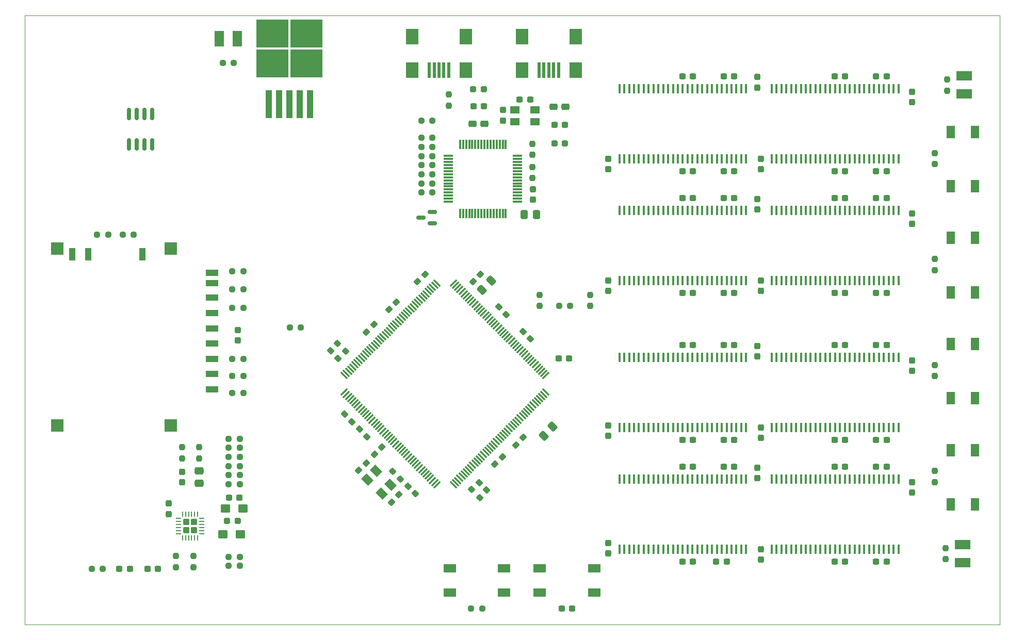
<source format=gbr>
%TF.GenerationSoftware,KiCad,Pcbnew,6.0.11-2627ca5db0~126~ubuntu22.04.1*%
%TF.CreationDate,2023-07-01T17:45:03+02:00*%
%TF.ProjectId,marco-ram-board,6d617263-6f2d-4726-916d-2d626f617264,rev?*%
%TF.SameCoordinates,Original*%
%TF.FileFunction,Paste,Top*%
%TF.FilePolarity,Positive*%
%FSLAX46Y46*%
G04 Gerber Fmt 4.6, Leading zero omitted, Abs format (unit mm)*
G04 Created by KiCad (PCBNEW 6.0.11-2627ca5db0~126~ubuntu22.04.1) date 2023-07-01 17:45:03*
%MOMM*%
%LPD*%
G01*
G04 APERTURE LIST*
G04 Aperture macros list*
%AMRoundRect*
0 Rectangle with rounded corners*
0 $1 Rounding radius*
0 $2 $3 $4 $5 $6 $7 $8 $9 X,Y pos of 4 corners*
0 Add a 4 corners polygon primitive as box body*
4,1,4,$2,$3,$4,$5,$6,$7,$8,$9,$2,$3,0*
0 Add four circle primitives for the rounded corners*
1,1,$1+$1,$2,$3*
1,1,$1+$1,$4,$5*
1,1,$1+$1,$6,$7*
1,1,$1+$1,$8,$9*
0 Add four rect primitives between the rounded corners*
20,1,$1+$1,$2,$3,$4,$5,0*
20,1,$1+$1,$4,$5,$6,$7,0*
20,1,$1+$1,$6,$7,$8,$9,0*
20,1,$1+$1,$8,$9,$2,$3,0*%
%AMRotRect*
0 Rectangle, with rotation*
0 The origin of the aperture is its center*
0 $1 length*
0 $2 width*
0 $3 Rotation angle, in degrees counterclockwise*
0 Add horizontal line*
21,1,$1,$2,0,0,$3*%
G04 Aperture macros list end*
%TA.AperFunction,Profile*%
%ADD10C,0.100000*%
%TD*%
%ADD11RoundRect,0.237500X0.300000X0.237500X-0.300000X0.237500X-0.300000X-0.237500X0.300000X-0.237500X0*%
%ADD12RoundRect,0.237500X-0.237500X0.300000X-0.237500X-0.300000X0.237500X-0.300000X0.237500X0.300000X0*%
%ADD13R,5.250000X4.550000*%
%ADD14R,1.100000X4.600000*%
%ADD15RoundRect,0.250000X0.400000X0.275000X-0.400000X0.275000X-0.400000X-0.275000X0.400000X-0.275000X0*%
%ADD16RoundRect,0.237500X0.287500X0.237500X-0.287500X0.237500X-0.287500X-0.237500X0.287500X-0.237500X0*%
%ADD17R,2.600000X1.500000*%
%ADD18RoundRect,0.250000X-0.537500X-0.425000X0.537500X-0.425000X0.537500X0.425000X-0.537500X0.425000X0*%
%ADD19RoundRect,0.237500X-0.300000X-0.237500X0.300000X-0.237500X0.300000X0.237500X-0.300000X0.237500X0*%
%ADD20RoundRect,0.237500X-0.044194X-0.380070X0.380070X0.044194X0.044194X0.380070X-0.380070X-0.044194X0*%
%ADD21RoundRect,0.237500X-0.344715X0.008839X0.008839X-0.344715X0.344715X-0.008839X-0.008839X0.344715X0*%
%ADD22R,0.458000X1.510000*%
%ADD23RoundRect,0.237500X-0.237500X0.250000X-0.237500X-0.250000X0.237500X-0.250000X0.237500X0.250000X0*%
%ADD24R,1.600000X1.300000*%
%ADD25R,1.500000X2.600000*%
%ADD26RotRect,1.600000X1.300000X315.000000*%
%ADD27RoundRect,0.237500X0.250000X0.237500X-0.250000X0.237500X-0.250000X-0.237500X0.250000X-0.237500X0*%
%ADD28RoundRect,0.237500X-0.380070X0.044194X0.044194X-0.380070X0.380070X-0.044194X-0.044194X0.380070X0*%
%ADD29RoundRect,0.237500X0.237500X-0.250000X0.237500X0.250000X-0.237500X0.250000X-0.237500X-0.250000X0*%
%ADD30RoundRect,0.250000X-0.097227X0.574524X-0.574524X0.097227X0.097227X-0.574524X0.574524X-0.097227X0*%
%ADD31R,2.100000X1.400000*%
%ADD32R,0.500000X2.500000*%
%ADD33R,2.000000X2.500000*%
%ADD34RoundRect,0.237500X0.237500X-0.300000X0.237500X0.300000X-0.237500X0.300000X-0.237500X-0.300000X0*%
%ADD35RoundRect,0.237500X-0.250000X-0.237500X0.250000X-0.237500X0.250000X0.237500X-0.250000X0.237500X0*%
%ADD36RoundRect,0.250000X0.475000X-0.337500X0.475000X0.337500X-0.475000X0.337500X-0.475000X-0.337500X0*%
%ADD37RoundRect,0.237500X0.044194X0.380070X-0.380070X-0.044194X-0.044194X-0.380070X0.380070X0.044194X0*%
%ADD38RoundRect,0.150000X0.150000X-0.825000X0.150000X0.825000X-0.150000X0.825000X-0.150000X-0.825000X0*%
%ADD39RoundRect,0.237500X-0.287500X-0.237500X0.287500X-0.237500X0.287500X0.237500X-0.287500X0.237500X0*%
%ADD40R,1.400000X2.100000*%
%ADD41RoundRect,0.150000X0.587500X0.150000X-0.587500X0.150000X-0.587500X-0.150000X0.587500X-0.150000X0*%
%ADD42RoundRect,0.250000X-0.337500X-0.475000X0.337500X-0.475000X0.337500X0.475000X-0.337500X0.475000X0*%
%ADD43R,2.000000X1.100000*%
%ADD44R,1.000000X2.000000*%
%ADD45R,2.000000X2.000000*%
%ADD46RoundRect,0.250000X0.097227X-0.574524X0.574524X-0.097227X-0.097227X0.574524X-0.574524X0.097227X0*%
%ADD47RoundRect,0.237500X0.344715X-0.008839X-0.008839X0.344715X-0.344715X0.008839X0.008839X-0.344715X0*%
%ADD48RoundRect,0.237500X0.380070X-0.044194X-0.044194X0.380070X-0.380070X0.044194X0.044194X-0.380070X0*%
%ADD49RoundRect,0.075000X-0.075000X0.700000X-0.075000X-0.700000X0.075000X-0.700000X0.075000X0.700000X0*%
%ADD50RoundRect,0.075000X-0.700000X0.075000X-0.700000X-0.075000X0.700000X-0.075000X0.700000X0.075000X0*%
%ADD51RoundRect,0.250000X-0.400000X-0.275000X0.400000X-0.275000X0.400000X0.275000X-0.400000X0.275000X0*%
%ADD52RoundRect,0.075000X-0.424264X-0.530330X0.530330X0.424264X0.424264X0.530330X-0.530330X-0.424264X0*%
%ADD53RoundRect,0.075000X0.424264X-0.530330X0.530330X-0.424264X-0.424264X0.530330X-0.530330X0.424264X0*%
%ADD54RoundRect,0.250000X-0.275000X-0.275000X0.275000X-0.275000X0.275000X0.275000X-0.275000X0.275000X0*%
%ADD55RoundRect,0.062500X-0.350000X-0.062500X0.350000X-0.062500X0.350000X0.062500X-0.350000X0.062500X0*%
%ADD56RoundRect,0.062500X-0.062500X-0.350000X0.062500X-0.350000X0.062500X0.350000X-0.062500X0.350000X0*%
G04 APERTURE END LIST*
D10*
X230000000Y-140000000D02*
X230000000Y-40000000D01*
X70000000Y-40000000D02*
X230000000Y-40000000D01*
X70000000Y-40000000D02*
X70000000Y-140000000D01*
X70000000Y-140000000D02*
X230000000Y-140000000D01*
D11*
%TO.C,C428*%
X211462500Y-94100000D03*
X209737500Y-94100000D03*
%TD*%
D12*
%TO.C,C441*%
X165800000Y-126637500D03*
X165800000Y-128362500D03*
%TD*%
D13*
%TO.C,U601*%
X116209000Y-43027000D03*
X116209000Y-47877000D03*
X110659000Y-47877000D03*
X110659000Y-43027000D03*
D14*
X110034000Y-54602000D03*
X111734000Y-54602000D03*
X113434000Y-54602000D03*
X115134000Y-54602000D03*
X116834000Y-54602000D03*
%TD*%
D12*
%TO.C,C438*%
X215600000Y-72537500D03*
X215600000Y-74262500D03*
%TD*%
D15*
%TO.C,C206*%
X145475000Y-57800000D03*
X143525000Y-57800000D03*
%TD*%
D16*
%TO.C,FB201*%
X158675000Y-61000000D03*
X156925000Y-61000000D03*
%TD*%
D17*
%TO.C,D502*%
X224160000Y-49930000D03*
X224160000Y-52930000D03*
%TD*%
D18*
%TO.C,C506*%
X102525000Y-125200000D03*
X105400000Y-125200000D03*
%TD*%
D11*
%TO.C,C432*%
X211462500Y-50000000D03*
X209737500Y-50000000D03*
%TD*%
D12*
%TO.C,C434*%
X215600000Y-116637500D03*
X215600000Y-118362500D03*
%TD*%
D19*
%TO.C,C421*%
X177937500Y-70000000D03*
X179662500Y-70000000D03*
%TD*%
D20*
%TO.C,C308*%
X126083120Y-91980880D03*
X127302880Y-90761120D03*
%TD*%
D21*
%TO.C,R301*%
X121354765Y-93854765D03*
X122645235Y-95145235D03*
%TD*%
D22*
%TO.C,U406*%
X213400000Y-72050000D03*
X212600000Y-72050000D03*
X211800000Y-72050000D03*
X211000000Y-72050000D03*
X210200000Y-72050000D03*
X209400000Y-72050000D03*
X208600000Y-72050000D03*
X207800000Y-72050000D03*
X207000000Y-72050000D03*
X206200000Y-72050000D03*
X205400000Y-72050000D03*
X204600000Y-72050000D03*
X203800000Y-72050000D03*
X203000000Y-72050000D03*
X202200000Y-72050000D03*
X201400000Y-72050000D03*
X200600000Y-72050000D03*
X199800000Y-72050000D03*
X199000000Y-72050000D03*
X198200000Y-72050000D03*
X197400000Y-72050000D03*
X196600000Y-72050000D03*
X195800000Y-72050000D03*
X195000000Y-72050000D03*
X194200000Y-72050000D03*
X193400000Y-72050000D03*
X192600000Y-72050000D03*
X192600000Y-83550000D03*
X193400000Y-83550000D03*
X194200000Y-83550000D03*
X195000000Y-83550000D03*
X195800000Y-83550000D03*
X196600000Y-83550000D03*
X197400000Y-83550000D03*
X198200000Y-83550000D03*
X199000000Y-83550000D03*
X199800000Y-83550000D03*
X200600000Y-83550000D03*
X201400000Y-83550000D03*
X202200000Y-83550000D03*
X203000000Y-83550000D03*
X203800000Y-83550000D03*
X204600000Y-83550000D03*
X205400000Y-83550000D03*
X206200000Y-83550000D03*
X207000000Y-83550000D03*
X207800000Y-83550000D03*
X208600000Y-83550000D03*
X209400000Y-83550000D03*
X210200000Y-83550000D03*
X211000000Y-83550000D03*
X211800000Y-83550000D03*
X212600000Y-83550000D03*
X213400000Y-83550000D03*
%TD*%
D11*
%TO.C,C509*%
X91862500Y-130900000D03*
X90137500Y-130900000D03*
%TD*%
D12*
%TO.C,C202*%
X148500000Y-55537500D03*
X148500000Y-57262500D03*
%TD*%
D11*
%TO.C,C430*%
X211462500Y-70000000D03*
X209737500Y-70000000D03*
%TD*%
D23*
%TO.C,R201*%
X153335000Y-61093500D03*
X153335000Y-62918500D03*
%TD*%
D24*
%TO.C,Y201*%
X150450000Y-57500000D03*
X153750000Y-57500000D03*
X153750000Y-55500000D03*
X150450000Y-55500000D03*
%TD*%
D11*
%TO.C,C413*%
X179662500Y-85600000D03*
X177937500Y-85600000D03*
%TD*%
%TO.C,C415*%
X179662500Y-65600000D03*
X177937500Y-65600000D03*
%TD*%
D25*
%TO.C,D602*%
X104900000Y-43800000D03*
X101900000Y-43800000D03*
%TD*%
D26*
%TO.C,Y301*%
X126252334Y-116180762D03*
X128585786Y-118514214D03*
X130000000Y-117100000D03*
X127666548Y-114766548D03*
%TD*%
D27*
%TO.C,R205*%
X136912500Y-64600000D03*
X135087500Y-64600000D03*
%TD*%
%TO.C,R515*%
X105912500Y-88000000D03*
X104087500Y-88000000D03*
%TD*%
D11*
%TO.C,C429*%
X186462500Y-70000000D03*
X184737500Y-70000000D03*
%TD*%
%TO.C,C416*%
X204662500Y-65600000D03*
X202937500Y-65600000D03*
%TD*%
D28*
%TO.C,C311*%
X147790120Y-87890120D03*
X149009880Y-89109880D03*
%TD*%
D19*
%TO.C,C201*%
X151237500Y-53800000D03*
X152962500Y-53800000D03*
%TD*%
D11*
%TO.C,C414*%
X204662500Y-85600000D03*
X202937500Y-85600000D03*
%TD*%
D19*
%TO.C,C424*%
X202937500Y-50000000D03*
X204662500Y-50000000D03*
%TD*%
D22*
%TO.C,U403*%
X188400000Y-96150000D03*
X187600000Y-96150000D03*
X186800000Y-96150000D03*
X186000000Y-96150000D03*
X185200000Y-96150000D03*
X184400000Y-96150000D03*
X183600000Y-96150000D03*
X182800000Y-96150000D03*
X182000000Y-96150000D03*
X181200000Y-96150000D03*
X180400000Y-96150000D03*
X179600000Y-96150000D03*
X178800000Y-96150000D03*
X178000000Y-96150000D03*
X177200000Y-96150000D03*
X176400000Y-96150000D03*
X175600000Y-96150000D03*
X174800000Y-96150000D03*
X174000000Y-96150000D03*
X173200000Y-96150000D03*
X172400000Y-96150000D03*
X171600000Y-96150000D03*
X170800000Y-96150000D03*
X170000000Y-96150000D03*
X169200000Y-96150000D03*
X168400000Y-96150000D03*
X167600000Y-96150000D03*
X167600000Y-107650000D03*
X168400000Y-107650000D03*
X169200000Y-107650000D03*
X170000000Y-107650000D03*
X170800000Y-107650000D03*
X171600000Y-107650000D03*
X172400000Y-107650000D03*
X173200000Y-107650000D03*
X174000000Y-107650000D03*
X174800000Y-107650000D03*
X175600000Y-107650000D03*
X176400000Y-107650000D03*
X177200000Y-107650000D03*
X178000000Y-107650000D03*
X178800000Y-107650000D03*
X179600000Y-107650000D03*
X180400000Y-107650000D03*
X181200000Y-107650000D03*
X182000000Y-107650000D03*
X182800000Y-107650000D03*
X183600000Y-107650000D03*
X184400000Y-107650000D03*
X185200000Y-107650000D03*
X186000000Y-107650000D03*
X186800000Y-107650000D03*
X187600000Y-107650000D03*
X188400000Y-107650000D03*
%TD*%
D19*
%TO.C,C401*%
X183475000Y-129700000D03*
X185200000Y-129700000D03*
%TD*%
D29*
%TO.C,R524*%
X221160000Y-129292500D03*
X221160000Y-127467500D03*
%TD*%
D19*
%TO.C,C405*%
X184737500Y-85600000D03*
X186462500Y-85600000D03*
%TD*%
D30*
%TO.C,C317*%
X156636623Y-107528377D03*
X155169377Y-108995623D03*
%TD*%
D27*
%TO.C,R508*%
X105312500Y-112500000D03*
X103487500Y-112500000D03*
%TD*%
D17*
%TO.C,D501*%
X223960000Y-129892000D03*
X223960000Y-126892000D03*
%TD*%
D31*
%TO.C,SW302*%
X148650000Y-130800000D03*
X139750000Y-130800000D03*
X148650000Y-134800000D03*
X139750000Y-134800000D03*
%TD*%
D32*
%TO.C,J201*%
X157600000Y-49000000D03*
X156800000Y-49000000D03*
X156000000Y-49000000D03*
X155200000Y-49000000D03*
X154400000Y-49000000D03*
D33*
X151600000Y-49000000D03*
X160400000Y-49000000D03*
X151600000Y-43500000D03*
X160400000Y-43500000D03*
%TD*%
D11*
%TO.C,C411*%
X179662500Y-109700000D03*
X177937500Y-109700000D03*
%TD*%
D34*
%TO.C,C503*%
X95800000Y-116662500D03*
X95800000Y-114937500D03*
%TD*%
D35*
%TO.C,R307*%
X157687500Y-87700000D03*
X159512500Y-87700000D03*
%TD*%
D32*
%TO.C,J501*%
X139600000Y-49000000D03*
X138800000Y-49000000D03*
X138000000Y-49000000D03*
X137200000Y-49000000D03*
X136400000Y-49000000D03*
D33*
X142400000Y-49000000D03*
X142400000Y-43500000D03*
X133600000Y-49000000D03*
X133600000Y-43500000D03*
%TD*%
D11*
%TO.C,C208*%
X145362500Y-54900000D03*
X143637500Y-54900000D03*
%TD*%
D35*
%TO.C,R303*%
X143287500Y-137400000D03*
X145112500Y-137400000D03*
%TD*%
D28*
%TO.C,C302*%
X151780240Y-91880240D03*
X153000000Y-93100000D03*
%TD*%
D35*
%TO.C,R211*%
X113512500Y-91273500D03*
X115337500Y-91273500D03*
%TD*%
D27*
%TO.C,R513*%
X105312500Y-117000000D03*
X103487500Y-117000000D03*
%TD*%
D12*
%TO.C,C440*%
X215600000Y-52537500D03*
X215600000Y-54262500D03*
%TD*%
D36*
%TO.C,C501*%
X98600000Y-116837500D03*
X98600000Y-114762500D03*
%TD*%
D19*
%TO.C,C423*%
X177937500Y-50000000D03*
X179662500Y-50000000D03*
%TD*%
D12*
%TO.C,C204*%
X153400000Y-68537500D03*
X153400000Y-70262500D03*
%TD*%
D28*
%TO.C,C304*%
X122480240Y-105480240D03*
X123700000Y-106700000D03*
%TD*%
D37*
%TO.C,C312*%
X151809880Y-109303120D03*
X150590120Y-110522880D03*
%TD*%
D12*
%TO.C,C446*%
X190800000Y-83537500D03*
X190800000Y-85262500D03*
%TD*%
D38*
%TO.C,Q601*%
X87095000Y-61175000D03*
X88365000Y-61175000D03*
X89635000Y-61175000D03*
X90905000Y-61175000D03*
X90905000Y-56225000D03*
X89635000Y-56225000D03*
X88365000Y-56225000D03*
X87095000Y-56225000D03*
%TD*%
D11*
%TO.C,C426*%
X211462500Y-114100000D03*
X209737500Y-114100000D03*
%TD*%
D27*
%TO.C,R206*%
X136912500Y-67600000D03*
X135087500Y-67600000D03*
%TD*%
%TO.C,R507*%
X105912500Y-82000000D03*
X104087500Y-82000000D03*
%TD*%
D19*
%TO.C,C419*%
X177937500Y-94100000D03*
X179662500Y-94100000D03*
%TD*%
D27*
%TO.C,R506*%
X105912500Y-85000000D03*
X104087500Y-85000000D03*
%TD*%
D20*
%TO.C,C310*%
X143590120Y-83709880D03*
X144809880Y-82490120D03*
%TD*%
D19*
%TO.C,C422*%
X202937500Y-70000000D03*
X204662500Y-70000000D03*
%TD*%
D29*
%TO.C,R520*%
X219360000Y-81827857D03*
X219360000Y-80002857D03*
%TD*%
D27*
%TO.C,R502*%
X105912500Y-99200000D03*
X104087500Y-99200000D03*
%TD*%
D12*
%TO.C,C442*%
X190800000Y-127637500D03*
X190800000Y-129362500D03*
%TD*%
D37*
%TO.C,C306*%
X128609880Y-110890120D03*
X127390120Y-112109880D03*
%TD*%
D20*
%TO.C,C301*%
X129790120Y-88309880D03*
X131009880Y-87090120D03*
%TD*%
D39*
%TO.C,FB202*%
X143625000Y-52100000D03*
X145375000Y-52100000D03*
%TD*%
D29*
%TO.C,R523*%
X219360000Y-116627857D03*
X219360000Y-114802857D03*
%TD*%
D40*
%TO.C,SW503*%
X221960000Y-93952857D03*
X221960000Y-102852857D03*
X225960000Y-93952857D03*
X225960000Y-102852857D03*
%TD*%
D23*
%TO.C,R306*%
X162800000Y-85875000D03*
X162800000Y-87700000D03*
%TD*%
D12*
%TO.C,C445*%
X165800000Y-83537500D03*
X165800000Y-85262500D03*
%TD*%
D41*
%TO.C,Q201*%
X136937500Y-74150000D03*
X136937500Y-72250000D03*
X135062500Y-73200000D03*
%TD*%
D27*
%TO.C,R510*%
X105312500Y-109500000D03*
X103487500Y-109500000D03*
%TD*%
%TO.C,R204*%
X136912500Y-61600000D03*
X135087500Y-61600000D03*
%TD*%
D11*
%TO.C,C427*%
X186462500Y-94100000D03*
X184737500Y-94100000D03*
%TD*%
D42*
%TO.C,C207*%
X151962500Y-72700000D03*
X154037500Y-72700000D03*
%TD*%
D20*
%TO.C,C309*%
X134465120Y-83725880D03*
X135684880Y-82506120D03*
%TD*%
D19*
%TO.C,C408*%
X209737500Y-65600000D03*
X211462500Y-65600000D03*
%TD*%
D11*
%TO.C,C316*%
X159862500Y-137400000D03*
X158137500Y-137400000D03*
%TD*%
D12*
%TO.C,C448*%
X190800000Y-63537500D03*
X190800000Y-65262500D03*
%TD*%
D19*
%TO.C,C403*%
X184737500Y-109700000D03*
X186462500Y-109700000D03*
%TD*%
D31*
%TO.C,SW301*%
X163450000Y-130800000D03*
X154550000Y-130800000D03*
X154550000Y-134800000D03*
X163450000Y-134800000D03*
%TD*%
D22*
%TO.C,U402*%
X213400000Y-116150000D03*
X212600000Y-116150000D03*
X211800000Y-116150000D03*
X211000000Y-116150000D03*
X210200000Y-116150000D03*
X209400000Y-116150000D03*
X208600000Y-116150000D03*
X207800000Y-116150000D03*
X207000000Y-116150000D03*
X206200000Y-116150000D03*
X205400000Y-116150000D03*
X204600000Y-116150000D03*
X203800000Y-116150000D03*
X203000000Y-116150000D03*
X202200000Y-116150000D03*
X201400000Y-116150000D03*
X200600000Y-116150000D03*
X199800000Y-116150000D03*
X199000000Y-116150000D03*
X198200000Y-116150000D03*
X197400000Y-116150000D03*
X196600000Y-116150000D03*
X195800000Y-116150000D03*
X195000000Y-116150000D03*
X194200000Y-116150000D03*
X193400000Y-116150000D03*
X192600000Y-116150000D03*
X192600000Y-127650000D03*
X193400000Y-127650000D03*
X194200000Y-127650000D03*
X195000000Y-127650000D03*
X195800000Y-127650000D03*
X196600000Y-127650000D03*
X197400000Y-127650000D03*
X198200000Y-127650000D03*
X199000000Y-127650000D03*
X199800000Y-127650000D03*
X200600000Y-127650000D03*
X201400000Y-127650000D03*
X202200000Y-127650000D03*
X203000000Y-127650000D03*
X203800000Y-127650000D03*
X204600000Y-127650000D03*
X205400000Y-127650000D03*
X206200000Y-127650000D03*
X207000000Y-127650000D03*
X207800000Y-127650000D03*
X208600000Y-127650000D03*
X209400000Y-127650000D03*
X210200000Y-127650000D03*
X211000000Y-127650000D03*
X211800000Y-127650000D03*
X212600000Y-127650000D03*
X213400000Y-127650000D03*
%TD*%
D12*
%TO.C,C437*%
X190200000Y-70137500D03*
X190200000Y-71862500D03*
%TD*%
D43*
%TO.C,J502*%
X100750000Y-98875000D03*
X100750000Y-96375000D03*
D44*
X77800000Y-79200000D03*
D43*
X100750000Y-93875000D03*
X100750000Y-91375000D03*
X100750000Y-88875000D03*
X100750000Y-86375000D03*
X100750000Y-83950000D03*
X100750000Y-82250000D03*
X100750000Y-101375000D03*
D44*
X89350000Y-79200000D03*
X80400000Y-79200000D03*
D45*
X94000000Y-78300000D03*
X75350000Y-78300000D03*
X75350000Y-107300000D03*
X94000000Y-107300000D03*
%TD*%
D27*
%TO.C,R512*%
X105312500Y-130400000D03*
X103487500Y-130400000D03*
%TD*%
D29*
%TO.C,R522*%
X219360000Y-99227857D03*
X219360000Y-97402857D03*
%TD*%
D19*
%TO.C,C420*%
X202937500Y-94100000D03*
X204662500Y-94100000D03*
%TD*%
D27*
%TO.C,R207*%
X136912500Y-60100000D03*
X135087500Y-60100000D03*
%TD*%
%TO.C,R509*%
X105312500Y-111000000D03*
X103487500Y-111000000D03*
%TD*%
D16*
%TO.C,FB501*%
X104950000Y-123000000D03*
X103200000Y-123000000D03*
%TD*%
D19*
%TO.C,C407*%
X184737500Y-65600000D03*
X186462500Y-65600000D03*
%TD*%
D46*
%TO.C,C318*%
X145066377Y-85033623D03*
X146533623Y-83566377D03*
%TD*%
D22*
%TO.C,U405*%
X188400000Y-72050000D03*
X187600000Y-72050000D03*
X186800000Y-72050000D03*
X186000000Y-72050000D03*
X185200000Y-72050000D03*
X184400000Y-72050000D03*
X183600000Y-72050000D03*
X182800000Y-72050000D03*
X182000000Y-72050000D03*
X181200000Y-72050000D03*
X180400000Y-72050000D03*
X179600000Y-72050000D03*
X178800000Y-72050000D03*
X178000000Y-72050000D03*
X177200000Y-72050000D03*
X176400000Y-72050000D03*
X175600000Y-72050000D03*
X174800000Y-72050000D03*
X174000000Y-72050000D03*
X173200000Y-72050000D03*
X172400000Y-72050000D03*
X171600000Y-72050000D03*
X170800000Y-72050000D03*
X170000000Y-72050000D03*
X169200000Y-72050000D03*
X168400000Y-72050000D03*
X167600000Y-72050000D03*
X167600000Y-83550000D03*
X168400000Y-83550000D03*
X169200000Y-83550000D03*
X170000000Y-83550000D03*
X170800000Y-83550000D03*
X171600000Y-83550000D03*
X172400000Y-83550000D03*
X173200000Y-83550000D03*
X174000000Y-83550000D03*
X174800000Y-83550000D03*
X175600000Y-83550000D03*
X176400000Y-83550000D03*
X177200000Y-83550000D03*
X178000000Y-83550000D03*
X178800000Y-83550000D03*
X179600000Y-83550000D03*
X180400000Y-83550000D03*
X181200000Y-83550000D03*
X182000000Y-83550000D03*
X182800000Y-83550000D03*
X183600000Y-83550000D03*
X184400000Y-83550000D03*
X185200000Y-83550000D03*
X186000000Y-83550000D03*
X186800000Y-83550000D03*
X187600000Y-83550000D03*
X188400000Y-83550000D03*
%TD*%
D27*
%TO.C,R208*%
X136912500Y-63100000D03*
X135087500Y-63100000D03*
%TD*%
D12*
%TO.C,C436*%
X215600000Y-96637500D03*
X215600000Y-98362500D03*
%TD*%
D19*
%TO.C,C406*%
X209737500Y-85600000D03*
X211462500Y-85600000D03*
%TD*%
%TO.C,C402*%
X209737500Y-129700000D03*
X211462500Y-129700000D03*
%TD*%
D47*
%TO.C,R302*%
X144645235Y-119145235D03*
X143354765Y-117854765D03*
%TD*%
D35*
%TO.C,R527*%
X86087500Y-76000000D03*
X87912500Y-76000000D03*
%TD*%
D23*
%TO.C,R516*%
X97700000Y-128775000D03*
X97700000Y-130600000D03*
%TD*%
D19*
%TO.C,C418*%
X202937500Y-114100000D03*
X204662500Y-114100000D03*
%TD*%
D12*
%TO.C,C447*%
X165800000Y-63537500D03*
X165800000Y-65262500D03*
%TD*%
D48*
%TO.C,C315*%
X134100000Y-118500000D03*
X132880240Y-117280240D03*
%TD*%
D19*
%TO.C,C417*%
X177937500Y-114100000D03*
X179662500Y-114100000D03*
%TD*%
D11*
%TO.C,C431*%
X186462500Y-50000000D03*
X184737500Y-50000000D03*
%TD*%
%TO.C,C508*%
X87262500Y-130900000D03*
X85537500Y-130900000D03*
%TD*%
D40*
%TO.C,SW501*%
X221960000Y-68052857D03*
X221960000Y-59152857D03*
X225960000Y-59152857D03*
X225960000Y-68052857D03*
%TD*%
%TO.C,SW504*%
X221960000Y-111402857D03*
X221960000Y-120302857D03*
X225960000Y-111402857D03*
X225960000Y-120302857D03*
%TD*%
D29*
%TO.C,R519*%
X98600000Y-112712500D03*
X98600000Y-110887500D03*
%TD*%
D12*
%TO.C,C502*%
X105000000Y-91637500D03*
X105000000Y-93362500D03*
%TD*%
%TO.C,C435*%
X190200000Y-94300000D03*
X190200000Y-96025000D03*
%TD*%
D18*
%TO.C,C504*%
X102962500Y-121000000D03*
X105837500Y-121000000D03*
%TD*%
D12*
%TO.C,C439*%
X190200000Y-50137500D03*
X190200000Y-51862500D03*
%TD*%
D49*
%TO.C,U201*%
X148957000Y-61157000D03*
X148457000Y-61157000D03*
X147957000Y-61157000D03*
X147457000Y-61157000D03*
X146957000Y-61157000D03*
X146457000Y-61157000D03*
X145957000Y-61157000D03*
X145457000Y-61157000D03*
X144957000Y-61157000D03*
X144457000Y-61157000D03*
X143957000Y-61157000D03*
X143457000Y-61157000D03*
X142957000Y-61157000D03*
X142457000Y-61157000D03*
X141957000Y-61157000D03*
X141457000Y-61157000D03*
D50*
X139532000Y-63082000D03*
X139532000Y-63582000D03*
X139532000Y-64082000D03*
X139532000Y-64582000D03*
X139532000Y-65082000D03*
X139532000Y-65582000D03*
X139532000Y-66082000D03*
X139532000Y-66582000D03*
X139532000Y-67082000D03*
X139532000Y-67582000D03*
X139532000Y-68082000D03*
X139532000Y-68582000D03*
X139532000Y-69082000D03*
X139532000Y-69582000D03*
X139532000Y-70082000D03*
X139532000Y-70582000D03*
D49*
X141457000Y-72507000D03*
X141957000Y-72507000D03*
X142457000Y-72507000D03*
X142957000Y-72507000D03*
X143457000Y-72507000D03*
X143957000Y-72507000D03*
X144457000Y-72507000D03*
X144957000Y-72507000D03*
X145457000Y-72507000D03*
X145957000Y-72507000D03*
X146457000Y-72507000D03*
X146957000Y-72507000D03*
X147457000Y-72507000D03*
X147957000Y-72507000D03*
X148457000Y-72507000D03*
X148957000Y-72507000D03*
D50*
X150882000Y-70582000D03*
X150882000Y-70082000D03*
X150882000Y-69582000D03*
X150882000Y-69082000D03*
X150882000Y-68582000D03*
X150882000Y-68082000D03*
X150882000Y-67582000D03*
X150882000Y-67082000D03*
X150882000Y-66582000D03*
X150882000Y-66082000D03*
X150882000Y-65582000D03*
X150882000Y-65082000D03*
X150882000Y-64582000D03*
X150882000Y-64082000D03*
X150882000Y-63582000D03*
X150882000Y-63082000D03*
%TD*%
D37*
%TO.C,C313*%
X148384880Y-112478120D03*
X147165120Y-113697880D03*
%TD*%
D51*
%TO.C,C203*%
X156825000Y-55000000D03*
X158775000Y-55000000D03*
%TD*%
D52*
%TO.C,U301*%
X122436024Y-101861181D03*
X122789577Y-102214734D03*
X123143130Y-102568287D03*
X123496684Y-102921841D03*
X123850237Y-103275394D03*
X124203791Y-103628948D03*
X124557344Y-103982501D03*
X124910897Y-104336054D03*
X125264451Y-104689608D03*
X125618004Y-105043161D03*
X125971558Y-105396714D03*
X126325111Y-105750268D03*
X126678664Y-106103821D03*
X127032218Y-106457375D03*
X127385771Y-106810928D03*
X127739325Y-107164481D03*
X128092878Y-107518035D03*
X128446431Y-107871588D03*
X128799985Y-108225142D03*
X129153538Y-108578695D03*
X129507091Y-108932248D03*
X129860645Y-109285802D03*
X130214198Y-109639355D03*
X130567752Y-109992909D03*
X130921305Y-110346462D03*
X131274858Y-110700015D03*
X131628412Y-111053569D03*
X131981965Y-111407122D03*
X132335519Y-111760675D03*
X132689072Y-112114229D03*
X133042625Y-112467782D03*
X133396179Y-112821336D03*
X133749732Y-113174889D03*
X134103286Y-113528442D03*
X134456839Y-113881996D03*
X134810392Y-114235549D03*
X135163946Y-114589103D03*
X135517499Y-114942656D03*
X135871052Y-115296209D03*
X136224606Y-115649763D03*
X136578159Y-116003316D03*
X136931713Y-116356870D03*
X137285266Y-116710423D03*
X137638819Y-117063976D03*
D53*
X140361181Y-117063976D03*
X140714734Y-116710423D03*
X141068287Y-116356870D03*
X141421841Y-116003316D03*
X141775394Y-115649763D03*
X142128948Y-115296209D03*
X142482501Y-114942656D03*
X142836054Y-114589103D03*
X143189608Y-114235549D03*
X143543161Y-113881996D03*
X143896714Y-113528442D03*
X144250268Y-113174889D03*
X144603821Y-112821336D03*
X144957375Y-112467782D03*
X145310928Y-112114229D03*
X145664481Y-111760675D03*
X146018035Y-111407122D03*
X146371588Y-111053569D03*
X146725142Y-110700015D03*
X147078695Y-110346462D03*
X147432248Y-109992909D03*
X147785802Y-109639355D03*
X148139355Y-109285802D03*
X148492909Y-108932248D03*
X148846462Y-108578695D03*
X149200015Y-108225142D03*
X149553569Y-107871588D03*
X149907122Y-107518035D03*
X150260675Y-107164481D03*
X150614229Y-106810928D03*
X150967782Y-106457375D03*
X151321336Y-106103821D03*
X151674889Y-105750268D03*
X152028442Y-105396714D03*
X152381996Y-105043161D03*
X152735549Y-104689608D03*
X153089103Y-104336054D03*
X153442656Y-103982501D03*
X153796209Y-103628948D03*
X154149763Y-103275394D03*
X154503316Y-102921841D03*
X154856870Y-102568287D03*
X155210423Y-102214734D03*
X155563976Y-101861181D03*
D52*
X155563976Y-99138819D03*
X155210423Y-98785266D03*
X154856870Y-98431713D03*
X154503316Y-98078159D03*
X154149763Y-97724606D03*
X153796209Y-97371052D03*
X153442656Y-97017499D03*
X153089103Y-96663946D03*
X152735549Y-96310392D03*
X152381996Y-95956839D03*
X152028442Y-95603286D03*
X151674889Y-95249732D03*
X151321336Y-94896179D03*
X150967782Y-94542625D03*
X150614229Y-94189072D03*
X150260675Y-93835519D03*
X149907122Y-93481965D03*
X149553569Y-93128412D03*
X149200015Y-92774858D03*
X148846462Y-92421305D03*
X148492909Y-92067752D03*
X148139355Y-91714198D03*
X147785802Y-91360645D03*
X147432248Y-91007091D03*
X147078695Y-90653538D03*
X146725142Y-90299985D03*
X146371588Y-89946431D03*
X146018035Y-89592878D03*
X145664481Y-89239325D03*
X145310928Y-88885771D03*
X144957375Y-88532218D03*
X144603821Y-88178664D03*
X144250268Y-87825111D03*
X143896714Y-87471558D03*
X143543161Y-87118004D03*
X143189608Y-86764451D03*
X142836054Y-86410897D03*
X142482501Y-86057344D03*
X142128948Y-85703791D03*
X141775394Y-85350237D03*
X141421841Y-84996684D03*
X141068287Y-84643130D03*
X140714734Y-84289577D03*
X140361181Y-83936024D03*
D53*
X137638819Y-83936024D03*
X137285266Y-84289577D03*
X136931713Y-84643130D03*
X136578159Y-84996684D03*
X136224606Y-85350237D03*
X135871052Y-85703791D03*
X135517499Y-86057344D03*
X135163946Y-86410897D03*
X134810392Y-86764451D03*
X134456839Y-87118004D03*
X134103286Y-87471558D03*
X133749732Y-87825111D03*
X133396179Y-88178664D03*
X133042625Y-88532218D03*
X132689072Y-88885771D03*
X132335519Y-89239325D03*
X131981965Y-89592878D03*
X131628412Y-89946431D03*
X131274858Y-90299985D03*
X130921305Y-90653538D03*
X130567752Y-91007091D03*
X130214198Y-91360645D03*
X129860645Y-91714198D03*
X129507091Y-92067752D03*
X129153538Y-92421305D03*
X128799985Y-92774858D03*
X128446431Y-93128412D03*
X128092878Y-93481965D03*
X127739325Y-93835519D03*
X127385771Y-94189072D03*
X127032218Y-94542625D03*
X126678664Y-94896179D03*
X126325111Y-95249732D03*
X125971558Y-95603286D03*
X125618004Y-95956839D03*
X125264451Y-96310392D03*
X124910897Y-96663946D03*
X124557344Y-97017499D03*
X124203791Y-97371052D03*
X123850237Y-97724606D03*
X123496684Y-98078159D03*
X123143130Y-98431713D03*
X122789577Y-98785266D03*
X122436024Y-99138819D03*
%TD*%
D27*
%TO.C,R210*%
X136912500Y-69100000D03*
X135087500Y-69100000D03*
%TD*%
%TO.C,R511*%
X105312500Y-128900000D03*
X103487500Y-128900000D03*
%TD*%
D34*
%TO.C,C507*%
X93600000Y-121862500D03*
X93600000Y-120137500D03*
%TD*%
D29*
%TO.C,R517*%
X219360000Y-64427857D03*
X219360000Y-62602857D03*
%TD*%
D48*
%TO.C,C314*%
X126141380Y-109169880D03*
X124921620Y-107950120D03*
%TD*%
D35*
%TO.C,R202*%
X135087500Y-57300000D03*
X136912500Y-57300000D03*
%TD*%
D23*
%TO.C,R525*%
X221384000Y-50517500D03*
X221384000Y-52342500D03*
%TD*%
D29*
%TO.C,R305*%
X154500000Y-87725000D03*
X154500000Y-85900000D03*
%TD*%
D23*
%TO.C,R518*%
X95800000Y-110887500D03*
X95800000Y-112712500D03*
%TD*%
D19*
%TO.C,C303*%
X157637500Y-96300000D03*
X159362500Y-96300000D03*
%TD*%
D12*
%TO.C,C444*%
X190800000Y-107637500D03*
X190800000Y-109362500D03*
%TD*%
D19*
%TO.C,C404*%
X209737500Y-109700000D03*
X211462500Y-109700000D03*
%TD*%
D28*
%TO.C,C307*%
X144600000Y-116700000D03*
X145819760Y-117919760D03*
%TD*%
D29*
%TO.C,R505*%
X94800000Y-130600000D03*
X94800000Y-128775000D03*
%TD*%
D11*
%TO.C,C410*%
X204662500Y-129700000D03*
X202937500Y-129700000D03*
%TD*%
%TO.C,C412*%
X204662500Y-109700000D03*
X202937500Y-109700000D03*
%TD*%
D27*
%TO.C,R601*%
X104312500Y-47800000D03*
X102487500Y-47800000D03*
%TD*%
D37*
%TO.C,C320*%
X131400000Y-118700000D03*
X130180240Y-119919760D03*
%TD*%
D27*
%TO.C,R503*%
X105912500Y-96388000D03*
X104087500Y-96388000D03*
%TD*%
%TO.C,R528*%
X83712500Y-76000000D03*
X81887500Y-76000000D03*
%TD*%
D12*
%TO.C,C443*%
X165800000Y-107337500D03*
X165800000Y-109062500D03*
%TD*%
D54*
%TO.C,U501*%
X97800000Y-123200000D03*
X96500000Y-123200000D03*
X96500000Y-124500000D03*
X97800000Y-124500000D03*
D55*
X95212500Y-122600000D03*
X95212500Y-123100000D03*
X95212500Y-123600000D03*
X95212500Y-124100000D03*
X95212500Y-124600000D03*
X95212500Y-125100000D03*
D56*
X95900000Y-125787500D03*
X96400000Y-125787500D03*
X96900000Y-125787500D03*
X97400000Y-125787500D03*
X97900000Y-125787500D03*
X98400000Y-125787500D03*
D55*
X99087500Y-125100000D03*
X99087500Y-124600000D03*
X99087500Y-124100000D03*
X99087500Y-123600000D03*
X99087500Y-123100000D03*
X99087500Y-122600000D03*
D56*
X98400000Y-121912500D03*
X97900000Y-121912500D03*
X97400000Y-121912500D03*
X96900000Y-121912500D03*
X96400000Y-121912500D03*
X95900000Y-121912500D03*
%TD*%
D20*
%TO.C,C319*%
X124800000Y-114700000D03*
X126019760Y-113480240D03*
%TD*%
D27*
%TO.C,R504*%
X105312500Y-114000000D03*
X103487500Y-114000000D03*
%TD*%
D29*
%TO.C,R203*%
X153335000Y-66728500D03*
X153335000Y-64903500D03*
%TD*%
D22*
%TO.C,U404*%
X213400000Y-96150000D03*
X212600000Y-96150000D03*
X211800000Y-96150000D03*
X211000000Y-96150000D03*
X210200000Y-96150000D03*
X209400000Y-96150000D03*
X208600000Y-96150000D03*
X207800000Y-96150000D03*
X207000000Y-96150000D03*
X206200000Y-96150000D03*
X205400000Y-96150000D03*
X204600000Y-96150000D03*
X203800000Y-96150000D03*
X203000000Y-96150000D03*
X202200000Y-96150000D03*
X201400000Y-96150000D03*
X200600000Y-96150000D03*
X199800000Y-96150000D03*
X199000000Y-96150000D03*
X198200000Y-96150000D03*
X197400000Y-96150000D03*
X196600000Y-96150000D03*
X195800000Y-96150000D03*
X195000000Y-96150000D03*
X194200000Y-96150000D03*
X193400000Y-96150000D03*
X192600000Y-96150000D03*
X192600000Y-107650000D03*
X193400000Y-107650000D03*
X194200000Y-107650000D03*
X195000000Y-107650000D03*
X195800000Y-107650000D03*
X196600000Y-107650000D03*
X197400000Y-107650000D03*
X198200000Y-107650000D03*
X199000000Y-107650000D03*
X199800000Y-107650000D03*
X200600000Y-107650000D03*
X201400000Y-107650000D03*
X202200000Y-107650000D03*
X203000000Y-107650000D03*
X203800000Y-107650000D03*
X204600000Y-107650000D03*
X205400000Y-107650000D03*
X206200000Y-107650000D03*
X207000000Y-107650000D03*
X207800000Y-107650000D03*
X208600000Y-107650000D03*
X209400000Y-107650000D03*
X210200000Y-107650000D03*
X211000000Y-107650000D03*
X211800000Y-107650000D03*
X212600000Y-107650000D03*
X213400000Y-107650000D03*
%TD*%
D35*
%TO.C,R521*%
X80987500Y-130900000D03*
X82812500Y-130900000D03*
%TD*%
D27*
%TO.C,R514*%
X105312500Y-115500000D03*
X103487500Y-115500000D03*
%TD*%
D19*
%TO.C,C205*%
X156937500Y-58000000D03*
X158662500Y-58000000D03*
%TD*%
D22*
%TO.C,U408*%
X213400000Y-52050000D03*
X212600000Y-52050000D03*
X211800000Y-52050000D03*
X211000000Y-52050000D03*
X210200000Y-52050000D03*
X209400000Y-52050000D03*
X208600000Y-52050000D03*
X207800000Y-52050000D03*
X207000000Y-52050000D03*
X206200000Y-52050000D03*
X205400000Y-52050000D03*
X204600000Y-52050000D03*
X203800000Y-52050000D03*
X203000000Y-52050000D03*
X202200000Y-52050000D03*
X201400000Y-52050000D03*
X200600000Y-52050000D03*
X199800000Y-52050000D03*
X199000000Y-52050000D03*
X198200000Y-52050000D03*
X197400000Y-52050000D03*
X196600000Y-52050000D03*
X195800000Y-52050000D03*
X195000000Y-52050000D03*
X194200000Y-52050000D03*
X193400000Y-52050000D03*
X192600000Y-52050000D03*
X192600000Y-63550000D03*
X193400000Y-63550000D03*
X194200000Y-63550000D03*
X195000000Y-63550000D03*
X195800000Y-63550000D03*
X196600000Y-63550000D03*
X197400000Y-63550000D03*
X198200000Y-63550000D03*
X199000000Y-63550000D03*
X199800000Y-63550000D03*
X200600000Y-63550000D03*
X201400000Y-63550000D03*
X202200000Y-63550000D03*
X203000000Y-63550000D03*
X203800000Y-63550000D03*
X204600000Y-63550000D03*
X205400000Y-63550000D03*
X206200000Y-63550000D03*
X207000000Y-63550000D03*
X207800000Y-63550000D03*
X208600000Y-63550000D03*
X209400000Y-63550000D03*
X210200000Y-63550000D03*
X211000000Y-63550000D03*
X211800000Y-63550000D03*
X212600000Y-63550000D03*
X213400000Y-63550000D03*
%TD*%
D48*
%TO.C,C305*%
X121409880Y-96309880D03*
X120190120Y-95090120D03*
%TD*%
D40*
%TO.C,SW502*%
X221960000Y-76552857D03*
X221960000Y-85452857D03*
X225960000Y-85452857D03*
X225960000Y-76552857D03*
%TD*%
D22*
%TO.C,U401*%
X188400000Y-116150000D03*
X187600000Y-116150000D03*
X186800000Y-116150000D03*
X186000000Y-116150000D03*
X185200000Y-116150000D03*
X184400000Y-116150000D03*
X183600000Y-116150000D03*
X182800000Y-116150000D03*
X182000000Y-116150000D03*
X181200000Y-116150000D03*
X180400000Y-116150000D03*
X179600000Y-116150000D03*
X178800000Y-116150000D03*
X178000000Y-116150000D03*
X177200000Y-116150000D03*
X176400000Y-116150000D03*
X175600000Y-116150000D03*
X174800000Y-116150000D03*
X174000000Y-116150000D03*
X173200000Y-116150000D03*
X172400000Y-116150000D03*
X171600000Y-116150000D03*
X170800000Y-116150000D03*
X170000000Y-116150000D03*
X169200000Y-116150000D03*
X168400000Y-116150000D03*
X167600000Y-116150000D03*
X167600000Y-127650000D03*
X168400000Y-127650000D03*
X169200000Y-127650000D03*
X170000000Y-127650000D03*
X170800000Y-127650000D03*
X171600000Y-127650000D03*
X172400000Y-127650000D03*
X173200000Y-127650000D03*
X174000000Y-127650000D03*
X174800000Y-127650000D03*
X175600000Y-127650000D03*
X176400000Y-127650000D03*
X177200000Y-127650000D03*
X178000000Y-127650000D03*
X178800000Y-127650000D03*
X179600000Y-127650000D03*
X180400000Y-127650000D03*
X181200000Y-127650000D03*
X182000000Y-127650000D03*
X182800000Y-127650000D03*
X183600000Y-127650000D03*
X184400000Y-127650000D03*
X185200000Y-127650000D03*
X186000000Y-127650000D03*
X186800000Y-127650000D03*
X187600000Y-127650000D03*
X188400000Y-127650000D03*
%TD*%
D27*
%TO.C,R501*%
X105912500Y-102000000D03*
X104087500Y-102000000D03*
%TD*%
D11*
%TO.C,C409*%
X179662500Y-129700000D03*
X177937500Y-129700000D03*
%TD*%
D21*
%TO.C,R304*%
X130354765Y-114854765D03*
X131645235Y-116145235D03*
%TD*%
D12*
%TO.C,C433*%
X190200000Y-114237500D03*
X190200000Y-115962500D03*
%TD*%
D27*
%TO.C,R209*%
X136912500Y-66100000D03*
X135087500Y-66100000D03*
%TD*%
D22*
%TO.C,U407*%
X188400000Y-52050000D03*
X187600000Y-52050000D03*
X186800000Y-52050000D03*
X186000000Y-52050000D03*
X185200000Y-52050000D03*
X184400000Y-52050000D03*
X183600000Y-52050000D03*
X182800000Y-52050000D03*
X182000000Y-52050000D03*
X181200000Y-52050000D03*
X180400000Y-52050000D03*
X179600000Y-52050000D03*
X178800000Y-52050000D03*
X178000000Y-52050000D03*
X177200000Y-52050000D03*
X176400000Y-52050000D03*
X175600000Y-52050000D03*
X174800000Y-52050000D03*
X174000000Y-52050000D03*
X173200000Y-52050000D03*
X172400000Y-52050000D03*
X171600000Y-52050000D03*
X170800000Y-52050000D03*
X170000000Y-52050000D03*
X169200000Y-52050000D03*
X168400000Y-52050000D03*
X167600000Y-52050000D03*
X167600000Y-63550000D03*
X168400000Y-63550000D03*
X169200000Y-63550000D03*
X170000000Y-63550000D03*
X170800000Y-63550000D03*
X171600000Y-63550000D03*
X172400000Y-63550000D03*
X173200000Y-63550000D03*
X174000000Y-63550000D03*
X174800000Y-63550000D03*
X175600000Y-63550000D03*
X176400000Y-63550000D03*
X177200000Y-63550000D03*
X178000000Y-63550000D03*
X178800000Y-63550000D03*
X179600000Y-63550000D03*
X180400000Y-63550000D03*
X181200000Y-63550000D03*
X182000000Y-63550000D03*
X182800000Y-63550000D03*
X183600000Y-63550000D03*
X184400000Y-63550000D03*
X185200000Y-63550000D03*
X186000000Y-63550000D03*
X186800000Y-63550000D03*
X187600000Y-63550000D03*
X188400000Y-63550000D03*
%TD*%
D11*
%TO.C,C425*%
X186462500Y-114100000D03*
X184737500Y-114100000D03*
%TD*%
D19*
%TO.C,C505*%
X103537500Y-119200000D03*
X105262500Y-119200000D03*
%TD*%
D29*
%TO.C,R526*%
X139600000Y-54800000D03*
X139600000Y-52975000D03*
%TD*%
M02*

</source>
